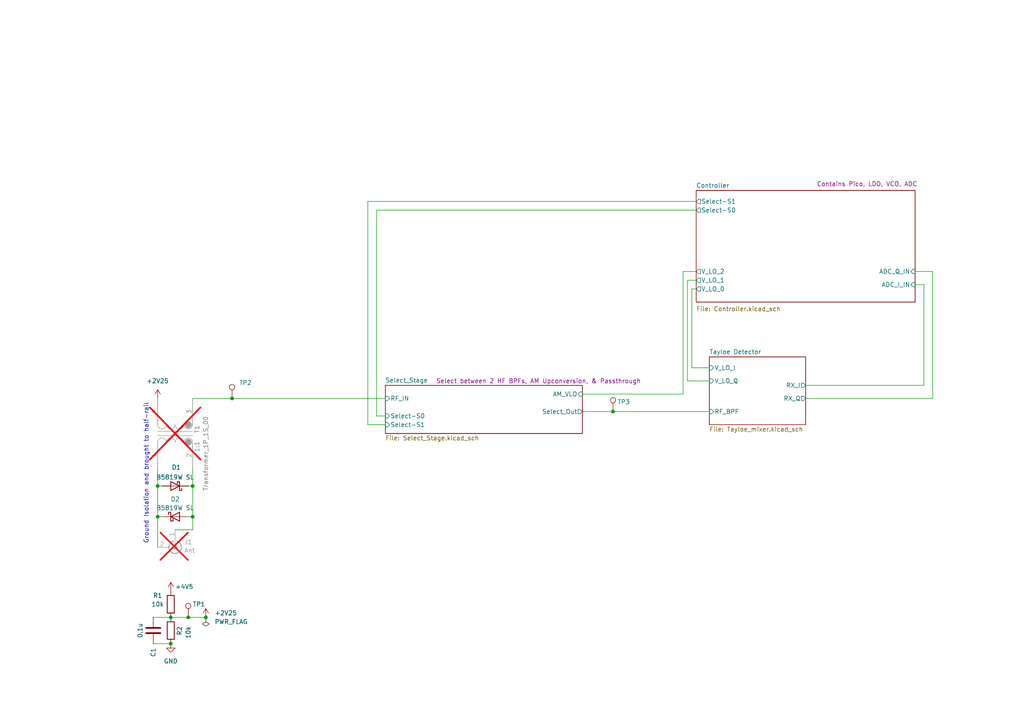
<source format=kicad_sch>
(kicad_sch (version 20230121) (generator eeschema)
  (paper "A4")
  (title_block (title "ENGR357 - SDR Receiver") (date "2024-01-25") (rev "0.1") (company "Walla Walla University") (comment 1 "Authors: Jaron Brown, Ethan Jansen") (comment 2 "Top Level Schematic"))
  (lib_symbols
    (symbol "Connector:Conn_Coaxial" (pin_names (offset 1.016) hide)
      (property "Reference" "J" (at 0.254 3.048 0))
      (property "Value" "Conn_Coaxial" (at 2.921 0 90))
      (symbol "Conn_Coaxial_0_1"
        (arc (start -1.778 -0.508) (mid 0.2311 -1.8066) (end 1.778 0) (stroke (width 0.254)))
        (polyline (pts (xy -2.54 0) (xy -0.508 0)))
        (polyline (pts (xy 0 -2.54) (xy 0 -1.778)))
        (circle (center 0 0) (radius 0.508) (stroke (width 0.2032)))
        (arc (start 1.778 0) (mid 0.2099 1.8101) (end -1.778 0.508) (stroke (width 0.254)))
      )
      (symbol "Conn_Coaxial_1_1"
        (pin passive line (at -5.08 0 0) (length 2.54) (name "In") (number "1"))
        (pin passive line (at 0 -5.08 90) (length 2.54) (name "Ext") (number "2"))
      )
    )
    (symbol "Connector:TestPoint" (pin_numbers hide) (pin_names (offset 0.762) hide)
      (property "Reference" "TP" (at 0 6.858 0))
      (property "Value" "TestPoint" (at 0 5.08 0))
      (symbol "TestPoint_0_1"
        (circle (center 0 3.302) (radius 0.762))
      )
      (symbol "TestPoint_1_1"
        (pin passive line (at 0 0 90) (length 2.54) (name "1") (number "1"))
      )
    )
    (symbol "Custom-Power:+2V25" (power) (pin_names (offset 0))
      (property "Value" "+2V25" (at 0 3.556 0))
      (symbol "+2V25_0_1"
        (polyline (pts (xy -0.762 1.27) (xy 0 2.54)))
        (polyline (pts (xy 0 0) (xy 0 2.54)))
        (polyline (pts (xy 0 2.54) (xy 0.762 1.27)))
      )
      (symbol "+2V25_1_1"
        (pin power_in line (at 0 0 90) (length 0) hide (name "+2V25") (number "1"))
      )
    )
    (symbol "Custom-Power:+4V5" (power) (pin_names (offset 0))
      (property "Value" "+4V5" (at 0 3.556 0))
      (symbol "+4V5_0_1"
        (polyline (pts (xy -0.762 1.27) (xy 0 2.54)))
        (polyline (pts (xy 0 0) (xy 0 2.54)))
        (polyline (pts (xy 0 2.54) (xy 0.762 1.27)))
      )
      (symbol "+4V5_1_1"
        (pin power_in line (at 0 0 90) (length 0) hide (name "+4V5") (number "1"))
      )
    )
    (symbol "Custom-Transformer:Transformer_1P_1S_00" (pin_names (offset 1.016) hide)
      (property "Reference" "T" (at 0 6.35 0))
      (property "Value" "Transformer_1P_1S_00" (at 0 -7.62 0))
      (symbol "Transformer_1P_1S_00_0_1"
        (arc (start -2.54 -5.0546) (mid -1.6599 -4.6901) (end -1.27 -3.81))
        (arc (start -2.54 -2.5146) (mid -1.6599 -2.1501) (end -1.27 -1.27))
        (arc (start -2.54 0.0254) (mid -1.6599 0.3899) (end -1.27 1.27))
        (arc (start -2.54 2.5654) (mid -1.6599 2.9299) (end -1.27 3.81))
        (arc (start -1.27 -3.81) (mid -1.642 -2.912) (end -2.54 -2.54))
        (arc (start -1.27 -1.27) (mid -1.642 -0.372) (end -2.54 0))
        (arc (start -1.27 1.27) (mid -1.642 2.168) (end -2.54 2.54))
        (arc (start -1.27 3.81) (mid -1.642 4.708) (end -2.54 5.08))
        (polyline (pts (xy -0.635 5.08) (xy -0.635 -5.08)))
        (polyline (pts (xy 0.635 -5.08) (xy 0.635 5.08)))
        (arc (start 1.2954 -1.27) (mid 1.6599 -2.1501) (end 2.54 -2.5146))
        (arc (start 1.2954 1.27) (mid 1.6599 0.3899) (end 2.54 0.0254))
        (arc (start 1.2954 3.81) (mid 1.6599 2.9299) (end 2.54 2.5654))
        (arc (start 1.3208 -3.81) (mid 1.6853 -4.6901) (end 2.5654 -5.0546))
        (arc (start 2.54 0) (mid 1.642 -0.372) (end 1.2954 -1.27))
        (arc (start 2.54 2.54) (mid 1.642 2.168) (end 1.2954 1.27))
        (arc (start 2.54 5.08) (mid 1.642 4.708) (end 1.2954 3.81))
        (arc (start 2.5654 -2.54) (mid 1.6674 -2.912) (end 1.3208 -3.81))
      )
      (symbol "Transformer_1P_1S_00_1_1"
        (circle (center -2.54 -3.81) (radius 0.0001) (stroke (width 1)))
        (circle (center 2.54 -3.81) (radius 0.0001) (stroke (width 1)))
        (pin passive line (at -10.16 5.08 0) (length 7.62) (name "AA") (number "1"))
        (pin passive line (at -10.16 -5.08 0) (length 7.62) (name "AB") (number "2"))
        (pin passive line (at 10.16 -5.08 180) (length 7.62) (name "SA") (number "3"))
        (pin passive line (at 10.16 5.08 180) (length 7.62) (name "SB") (number "4"))
      )
    )
    (symbol "Device:C" (pin_numbers hide) (pin_names (offset 0.254))
      (property "Reference" "C" (at 0.635 2.54 0))
      (property "Value" "C" (at 0.635 -2.54 0))
      (symbol "C_0_1"
        (polyline (pts (xy -2.032 -0.762) (xy 2.032 -0.762)) (stroke (width 0.508)))
        (polyline (pts (xy -2.032 0.762) (xy 2.032 0.762)) (stroke (width 0.508)))
      )
      (symbol "C_1_1"
        (pin passive line (at 0 3.81 270) (length 2.794) (name "~") (number "1"))
        (pin passive line (at 0 -3.81 90) (length 2.794) (name "~") (number "2"))
      )
    )
    (symbol "Device:R" (pin_numbers hide) (pin_names (offset 0))
      (property "Reference" "R" (at 2.032 0 90))
      (property "Value" "R" (at 0 0 90))
      (symbol "R_0_1"
        (rectangle (start -1.016 -2.54) (end 1.016 2.54) (stroke (width 0.254)))
      )
      (symbol "R_1_1"
        (pin passive line (at 0 3.81 270) (length 1.27) (name "~") (number "1"))
        (pin passive line (at 0 -3.81 90) (length 1.27) (name "~") (number "2"))
      )
    )
    (symbol "Diode:1N5711" (pin_numbers hide) (pin_names (offset 1.016) hide)
      (property "Reference" "D" (at 0 2.54 0))
      (property "Value" "1N5711" (at 0 -2.54 0))
      (symbol "1N5711_0_1"
        (polyline (pts (xy 1.27 0) (xy -1.27 0)))
        (polyline (pts (xy 1.27 1.27) (xy 1.27 -1.27) (xy -1.27 0) (xy 1.27 1.27)) (stroke (width 0.254)))
        (polyline (pts (xy -1.905 0.635) (xy -1.905 1.27) (xy -1.27 1.27) (xy -1.27 -1.27) (xy -0.635 -1.27) (xy -0.635 -0.635)) (stroke (width 0.254)))
      )
      (symbol "1N5711_1_1"
        (pin passive line (at -3.81 0 0) (length 2.54) (name "K") (number "1"))
        (pin passive line (at 3.81 0 180) (length 2.54) (name "A") (number "2"))
      )
    )
    (symbol "power:GND" (power) (pin_names (offset 0))
      (property "Value" "GND" (at 0 -3.81 0))
      (symbol "GND_0_1"
        (polyline (pts (xy 0 0) (xy 0 -1.27) (xy 1.27 -1.27) (xy 0 -2.54) (xy -1.27 -1.27) (xy 0 -1.27)))
      )
      (symbol "GND_1_1"
        (pin power_in line (at 0 0 270) (length 0) hide (name "GND") (number "1"))
      )
    )
    (symbol "power:PWR_FLAG" (power) (pin_numbers hide) (pin_names (offset 0) hide)
      (property "Value" "PWR_FLAG" (at 0 3.81 0))
      (symbol "PWR_FLAG_0_0"
        (pin power_out line (at 0 0 90) (length 0) (name "pwr") (number "1"))
      )
      (symbol "PWR_FLAG_0_1"
        (polyline (pts (xy 0 0) (xy 0 1.27) (xy -1.016 1.905) (xy 0 2.54) (xy 1.016 1.905) (xy 0 1.27)))
      )
    )
  )
  (junction (at 177.8 119.38))
  (junction (at 55.88 140.97))
  (junction (at 67.31 115.57))
  (junction (at 49.53 179.07))
  (junction (at 55.88 149.86))
  (junction (at 45.72 149.86))
  (junction (at 45.72 140.97))
  (junction (at 59.69 179.07))
  (junction (at 49.53 186.69))
  (junction (at 54.61 179.07))
  (wire (pts (xy 44.45 179.07) (xy 49.53 179.07)))
  (wire (pts (xy 45.72 149.86) (xy 46.99 149.86)))
  (wire (pts (xy 270.51 115.57) (xy 270.51 78.74)))
  (wire (pts (xy 55.88 115.57) (xy 67.31 115.57)))
  (wire (pts (xy 205.74 110.49) (xy 199.39 110.49)))
  (wire (pts (xy 50.8 153.67) (xy 55.88 153.67)))
  (wire (pts (xy 168.91 119.38) (xy 177.8 119.38)))
  (wire (pts (xy 233.68 111.76) (xy 267.97 111.76)))
  (wire (pts (xy 55.88 135.89) (xy 55.88 140.97)))
  (wire (pts (xy 200.66 83.82) (xy 201.93 83.82)))
  (wire (pts (xy 54.61 149.86) (xy 55.88 149.86)))
  (wire (pts (xy 106.68 58.42) (xy 106.68 123.19)))
  (wire (pts (xy 199.39 81.28) (xy 201.93 81.28)))
  (wire (pts (xy 67.31 115.57) (xy 111.76 115.57)))
  (wire (pts (xy 55.88 149.86) (xy 55.88 153.67)))
  (wire (pts (xy 106.68 123.19) (xy 111.76 123.19)))
  (wire (pts (xy 54.61 140.97) (xy 55.88 140.97)))
  (wire (pts (xy 270.51 78.74) (xy 265.43 78.74)))
  (wire (pts (xy 49.53 179.07) (xy 54.61 179.07)))
  (wire (pts (xy 198.12 78.74) (xy 198.12 114.3)))
  (wire (pts (xy 205.74 106.68) (xy 200.66 106.68)))
  (wire (pts (xy 45.72 140.97) (xy 46.99 140.97)))
  (wire (pts (xy 109.22 120.65) (xy 111.76 120.65)))
  (wire (pts (xy 199.39 110.49) (xy 199.39 81.28)))
  (wire (pts (xy 109.22 60.96) (xy 109.22 120.65)))
  (wire (pts (xy 168.91 114.3) (xy 198.12 114.3)))
  (wire (pts (xy 201.93 60.96) (xy 109.22 60.96)))
  (wire (pts (xy 201.93 58.42) (xy 106.68 58.42)))
  (wire (pts (xy 45.72 135.89) (xy 45.72 140.97)))
  (wire (pts (xy 45.72 140.97) (xy 45.72 149.86)))
  (wire (pts (xy 45.72 149.86) (xy 45.72 158.75)))
  (wire (pts (xy 200.66 106.68) (xy 200.66 83.82)))
  (wire (pts (xy 177.8 119.38) (xy 205.74 119.38)))
  (wire (pts (xy 201.93 78.74) (xy 198.12 78.74)))
  (wire (pts (xy 55.88 140.97) (xy 55.88 149.86)))
  (wire (pts (xy 233.68 115.57) (xy 270.51 115.57)))
  (wire (pts (xy 267.97 82.55) (xy 265.43 82.55)))
  (wire (pts (xy 44.45 186.69) (xy 49.53 186.69)))
  (wire (pts (xy 54.61 179.07) (xy 59.69 179.07)))
  (wire (pts (xy 267.97 111.76) (xy 267.97 82.55)))
  (text "Ground Isolation and brought to half-rail" (at 43.18 116.84 90) (effects (font (size 1.27 1.27)) (justify right bottom)))
  (symbol (lib_id "Diode:1N5711") (at 50.8 149.86 0) (unit 1)
    (property "Reference" "D2" (at 50.8 144.78 0))
    (property "Value" "B5819W SL" (at 50.8 147.32 0))
    (property "Footprint" "Diode_SMD:D_SOD-123" (effects hide))
    (property "Datasheet" "https://datasheet.lcsc.com/lcsc/2304140030_Jiangsu-Changjing-Electronics-Technology-Co---Ltd--B5819W-SL_C8598.pdf" (effects hide))
    (property "LCSC" "C8598" (effects hide))
  )
  (symbol (lib_id "Connector:Conn_Coaxial") (at 50.8 158.75 270) (unit 1) (dnp yes)
    (property "Reference" "J1" (at 53.3886 157.2204 90) (effects (justify left)))
    (property "Value" "Ant" (at 53.3886 159.6446 90) (effects (justify left)))
    (property "Footprint" "Connector_Coaxial:BNC_Amphenol_B6252HB-NPP3G-50_Horizontal" (effects hide))
    (property "Datasheet" " ~" (effects hide))
  )
  (symbol (lib_id "Custom-Power:+2V25") (at 59.69 179.07 0) (unit 1)
    (property "Reference" "#PWR04" (effects hide))
    (property "Value" "+2V25" (at 62.23 177.8 0) (effects (justify left)))
  )
  (symbol (lib_id "Device:C") (at 44.45 182.88 180) (unit 1)
    (property "Reference" "C1" (at 44.45 189.23 90))
    (property "Value" "0.1u" (at 40.64 182.88 90))
    (property "Footprint" "Capacitor_SMD:C_0805_2012Metric" (effects hide))
    (property "Comment" "10%" (effects hide))
    (property "LCSC" "C49678" (effects hide))
  )
  (symbol (lib_id "Device:R") (at 49.53 175.26 180) (unit 1)
    (property "Reference" "R1" (at 45.72 172.72 0))
    (property "Value" "10k" (at 45.72 175.26 0))
    (property "Footprint" "Resistor_SMD:R_0805_2012Metric" (effects hide))
    (property "LCSC" "C17414" (effects hide))
  )
  (symbol (lib_id "power:GND") (at 49.53 186.69 0) (unit 1)
    (property "Reference" "#PWR03" (effects hide))
    (property "Value" "GND" (at 49.53 191.77 0))
  )
  (symbol (lib_id "Custom-Power:+2V25") (at 45.72 115.57 0) (unit 1)
    (property "Reference" "#PWR01" (effects hide))
    (property "Value" "+2V25" (at 45.72 110.49 0))
  )
  (symbol (lib_id "Device:R") (at 49.53 182.88 180) (unit 1)
    (property "Reference" "R2" (at 52.07 181.61 90) (effects (justify left)))
    (property "Value" "10k" (at 54.61 181.61 90) (effects (justify left)))
    (property "Footprint" "Resistor_SMD:R_0805_2012Metric" (effects hide))
    (property "LCSC" "C17414" (effects hide))
  )
  (symbol (lib_id "Connector:TestPoint") (at 54.61 179.07 0) (unit 1)
    (property "Reference" "TP1" (at 55.88 175.26 0) (effects (justify left)))
    (property "Value" "TestPoint" (effects hide))
    (property "Footprint" "TestPoint:TestPoint_THTPad_D1.0mm_Drill0.5mm" (effects hide))
  )
  (symbol (lib_id "Custom-Power:+4V5") (at 49.53 171.45 0) (unit 1)
    (property "Reference" "#PWR02" (effects hide))
    (property "Value" "+4V5" (at 50.8 170.18 0) (effects (justify left)))
  )
  (symbol (lib_id "Connector:TestPoint") (at 67.31 115.57 0) (unit 1)
    (property "Reference" "TP2" (at 69.342 110.998 0) (effects (justify left)))
    (property "Value" "TestPoint" (effects hide))
    (property "Footprint" "TestPoint:TestPoint_THTPad_D1.0mm_Drill0.5mm" (effects hide))
  )
  (symbol (lib_id "Diode:1N5711") (at 50.8 140.97 180) (unit 1)
    (property "Reference" "D1" (at 51.1175 135.5557 0))
    (property "Value" "B5819W SL" (at 50.8 138.43 0))
    (property "Footprint" "Diode_SMD:D_SOD-123" (effects hide))
    (property "Datasheet" "https://datasheet.lcsc.com/lcsc/2304140030_Jiangsu-Changjing-Electronics-Technology-Co---Ltd--B5819W-SL_C8598.pdf" (effects hide))
    (property "LCSC" "C8598" (effects hide))
  )
  (symbol (lib_id "power:PWR_FLAG") (at 59.69 179.07 180) (unit 1)
    (property "Reference" "#FLG01" (effects hide))
    (property "Value" "PWR_FLAG" (at 62.23 180.34 0) (effects (justify right)))
  )
  (symbol (lib_id "Connector:TestPoint") (at 177.8 119.38 0) (unit 1)
    (property "Reference" "TP3" (at 179.07 116.586 0) (effects (justify left)))
    (property "Value" "TestPoint" (effects hide))
    (property "Footprint" "TestPoint:TestPoint_THTPad_D1.0mm_Drill0.5mm" (effects hide))
  )
  (symbol (lib_id "Custom-Transformer:Transformer_1P_1S_00") (at 50.8 125.73 90) (unit 1) (dnp yes)
    (property "Reference" "T1" (at 57.15 123.3058 0) (effects (justify right)))
    (property "Value" "Transformer_1P_1S_00" (at 59.69 120.65 0) (effects (justify right)))
    (property "Footprint" "Transformer_THT:Transformer_Toroid_Horizontal_D10.5mm_Amidon-T37" (effects hide))
    (property "Ration" "1:1" (at 57.15 129.54 0))
  )
  (sheet (at 201.93 55.245) (size 63.5 32.385) (stroke (width 0.1524))
    (property "Sheetname" "Controller" (at 201.93 54.5334 0) (effects (justify left bottom)))
    (property "Sheetfile" "Controller.kicad_sch" (at 201.93 88.8496 0) (effects (justify left top)))
    (property "Comment" "Contains Pico, LDO, VCO, ADC" (at 251.46 53.34 0))
    (pin "V_LO_1" output (at 201.93 81.28 180))
    (pin "V_LO_0" output (at 201.93 83.82 180))
    (pin "V_LO_2" output (at 201.93 78.74 180))
    (pin "ADC_I_IN" input (at 265.43 82.55 0))
    (pin "ADC_Q_IN" input (at 265.43 78.74 0))
    (pin "Select-S0" output (at 201.93 60.96 180))
    (pin "Select-S1" output (at 201.93 58.42 180))
  )
  (sheet (at 111.76 111.76) (size 57.15 13.97) (stroke (width 0.1524))
    (property "Sheetname" "Select_Stage" (at 111.76 111.0484 0) (effects (justify left bottom)))
    (property "Sheetfile" "Select_Stage.kicad_sch" (at 111.76 126.3146 0) (effects (justify left top)))
    (property "Comments" "Select between 2 HF BPFs, AM Upconversion, & Passthrough" (at 156.21 110.49 0))
    (pin "Select-S0" input (at 111.76 120.65 180))
    (pin "Select-S1" input (at 111.76 123.19 180))
    (pin "RF_IN" input (at 111.76 115.57 180))
    (pin "Select_Out" output (at 168.91 119.38 0))
    (pin "AM_VLO" input (at 168.91 114.3 0))
  )
  (sheet (at 205.74 103.505) (size 27.94 19.685) (stroke (width 0.1524))
    (property "Sheetname" "Tayloe Detector" (at 205.74 102.7934 0) (effects (justify left bottom)))
    (property "Sheetfile" "Tayloe_mixer.kicad_sch" (at 205.74 123.7746 0) (effects (justify left top)))
    (pin "RX_I" output (at 233.68 111.76 0))
    (pin "V_LO_Q" input (at 205.74 110.49 180))
    (pin "V_LO_I" input (at 205.74 106.68 180))
    (pin "RF_BPF" input (at 205.74 119.38 180))
    (pin "RX_Q" output (at 233.68 115.57 0))
  )
)
</source>
